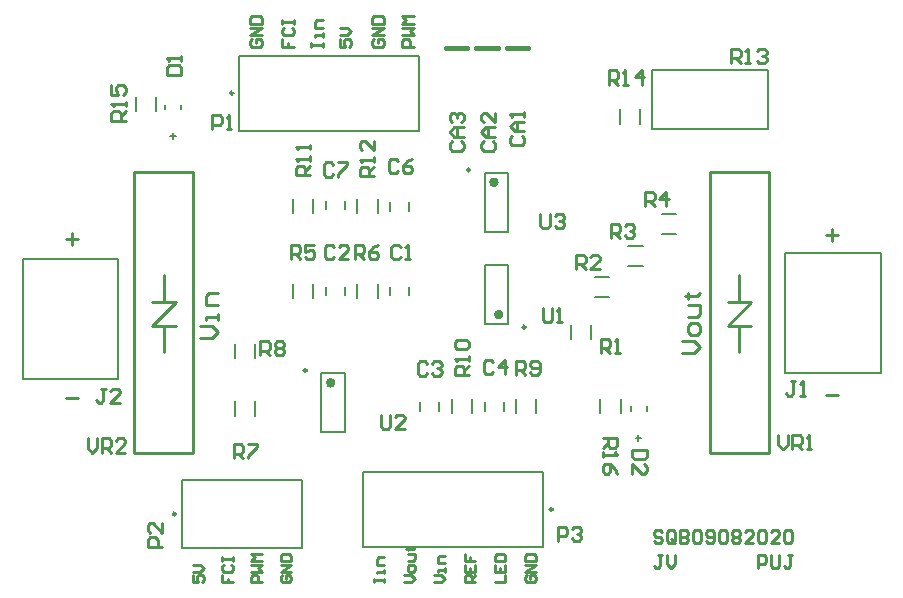
<source format=gto>
G04*
G04 #@! TF.GenerationSoftware,Altium Limited,Altium Designer,19.1.5 (86)*
G04*
G04 Layer_Color=65535*
%FSLAX25Y25*%
%MOIN*%
G70*
G01*
G75*
%ADD10C,0.00984*%
%ADD11C,0.01575*%
%ADD12C,0.00787*%
%ADD13C,0.01000*%
D10*
X179272Y28583D02*
G03*
X179272Y28583I-492J0D01*
G01*
X53642Y27126D02*
G03*
X53642Y27126I-492J0D01*
G01*
X72815Y167362D02*
G03*
X72815Y167362I-492J0D01*
G01*
X170256Y89390D02*
G03*
X170256Y89390I-492J0D01*
G01*
X97342Y74941D02*
G03*
X97342Y74941I-492J0D01*
G01*
X151752Y141791D02*
G03*
X151752Y141791I-492J0D01*
G01*
D11*
X162087Y93543D02*
G03*
X162087Y93543I-787J0D01*
G01*
X106102Y70787D02*
G03*
X106102Y70787I-787J0D01*
G01*
X160512Y137638D02*
G03*
X160512Y137638I-787J0D01*
G01*
X143645Y182559D02*
X150732D01*
X153898D02*
X160985D01*
X164151D02*
X171238D01*
D12*
X116220Y16083D02*
X176221D01*
X116220Y41083D02*
X176221D01*
Y16083D02*
Y41083D01*
X116220Y16083D02*
Y41083D01*
X206909Y52382D02*
X208878D01*
X207854Y51457D02*
Y53425D01*
X210610Y61555D02*
Y62933D01*
X205295Y61555D02*
Y62933D01*
X201953Y60717D02*
Y65425D01*
X195212Y60717D02*
Y65425D01*
X55709Y15709D02*
Y38543D01*
X95709D01*
Y15709D02*
Y38543D01*
X55709Y15709D02*
X95709D01*
X201630Y157213D02*
Y161921D01*
X208370Y157213D02*
Y161921D01*
X47032Y161268D02*
Y165976D01*
X40291Y161268D02*
Y165976D01*
X51812Y152972D02*
X53781D01*
X52757Y152047D02*
Y154016D01*
X55513Y162146D02*
Y163524D01*
X50198Y162146D02*
Y163524D01*
X212441Y155394D02*
X250945D01*
Y174921D01*
X212441D02*
X250945D01*
X212441Y155394D02*
Y174921D01*
X74882Y179862D02*
X134882D01*
X74882Y154862D02*
X134882D01*
X74882D02*
Y179862D01*
X134882Y154862D02*
Y179862D01*
X256694Y74134D02*
Y114134D01*
X288583Y74134D02*
Y114134D01*
X256694Y74134D02*
X288583D01*
X256694Y114134D02*
X288583D01*
X215802Y127032D02*
X220510D01*
X215802Y120291D02*
X220510D01*
X204536Y116534D02*
X209244D01*
X204536Y109793D02*
X209244D01*
X103713Y99947D02*
Y102888D01*
X110012Y99947D02*
Y102888D01*
X193276Y106037D02*
X197984D01*
X193276Y99296D02*
X197984D01*
X156575Y110079D02*
X164449D01*
X156575Y90394D02*
X164449D01*
X156575D02*
Y110079D01*
X164449Y90394D02*
Y110079D01*
X120916Y99063D02*
Y103771D01*
X114175Y99063D02*
Y103771D01*
X92810Y99063D02*
Y103771D01*
X99550Y99063D02*
Y103771D01*
X131378Y99947D02*
Y102888D01*
X125079Y99947D02*
Y102888D01*
X185409Y85374D02*
Y90082D01*
X192150Y85374D02*
Y90082D01*
X34527Y71930D02*
Y111929D01*
X2637Y71930D02*
Y111930D01*
X34527D01*
X2637Y71930D02*
X34527D01*
X162966Y61482D02*
Y64423D01*
X156667Y61482D02*
Y64423D01*
X73244Y79049D02*
Y83757D01*
X79984Y79049D02*
Y83757D01*
X102165Y54252D02*
X110039D01*
X102165Y73937D02*
X110039D01*
Y54252D02*
Y73937D01*
X102165Y54252D02*
Y73937D01*
X145764Y60717D02*
Y65425D01*
X152504Y60717D02*
Y65425D01*
X173870Y60717D02*
Y65425D01*
X167129Y60717D02*
Y65425D01*
X135236Y61482D02*
Y64423D01*
X141535Y61482D02*
Y64423D01*
X73244Y59890D02*
Y64598D01*
X79984Y59890D02*
Y64598D01*
X110012Y128608D02*
Y131549D01*
X103713Y128608D02*
Y131549D01*
X156575Y121102D02*
X164449D01*
X156575Y140787D02*
X164449D01*
Y121102D02*
Y140787D01*
X156575Y121102D02*
Y140787D01*
X114175Y127410D02*
Y132118D01*
X120916Y127410D02*
Y132118D01*
X99550Y127410D02*
Y132118D01*
X92810Y127410D02*
Y132118D01*
X125079Y127982D02*
Y130922D01*
X131378Y127982D02*
Y130922D01*
D13*
X251378Y47284D02*
Y140984D01*
X231693Y47284D02*
X251378D01*
X231693Y140984D02*
X251378D01*
X231693Y47284D02*
Y140984D01*
X241535Y98071D02*
Y106732D01*
X237598Y97677D02*
X245472D01*
X237598Y89803D02*
X245472Y97677D01*
X237598Y89803D02*
X245472D01*
X241535Y81142D02*
Y89803D01*
X59488Y47284D02*
Y140984D01*
X39803Y47284D02*
X59488D01*
X39803Y140984D02*
X59488D01*
X39803Y47284D02*
Y140984D01*
X49646Y98071D02*
Y106732D01*
X45709Y97677D02*
X53583D01*
X45709Y89803D02*
X53583Y97677D01*
X45709Y89803D02*
X53583D01*
X49646Y81142D02*
Y89803D01*
X119686Y4331D02*
Y5511D01*
Y4921D01*
X123228D01*
Y4331D01*
Y5511D01*
Y7282D02*
Y8463D01*
Y7873D01*
X120867D01*
Y7282D01*
X123228Y10234D02*
X120867D01*
Y12005D01*
X121457Y12596D01*
X123228D01*
X129765Y4331D02*
X132126D01*
X133307Y5511D01*
X132126Y6692D01*
X129765D01*
X133307Y8463D02*
Y9644D01*
X132717Y10234D01*
X131536D01*
X130946Y9644D01*
Y8463D01*
X131536Y7873D01*
X132717D01*
X133307Y8463D01*
X130946Y11415D02*
X132717D01*
X133307Y12005D01*
Y13777D01*
X130946D01*
X130355Y15548D02*
X130946D01*
Y14957D01*
Y16138D01*
Y15548D01*
X132717D01*
X133307Y16138D01*
X139844Y4331D02*
X142205D01*
X143386Y5511D01*
X142205Y6692D01*
X139844D01*
X143386Y7873D02*
Y9054D01*
Y8463D01*
X141024D01*
Y7873D01*
X143386Y10825D02*
X141024D01*
Y12596D01*
X141615Y13186D01*
X143386D01*
X153465Y4331D02*
X149922D01*
Y6102D01*
X150513Y6692D01*
X151693D01*
X152284Y6102D01*
Y4331D01*
Y5511D02*
X153465Y6692D01*
X149922Y10234D02*
Y7873D01*
X153465D01*
Y10234D01*
X151693Y7873D02*
Y9054D01*
X149922Y13777D02*
Y11415D01*
X151693D01*
Y12596D01*
Y11415D01*
X153465D01*
X160001Y4331D02*
X163543D01*
Y6692D01*
X160001Y10234D02*
Y7873D01*
X163543D01*
Y10234D01*
X161772Y7873D02*
Y9054D01*
X160001Y11415D02*
X163543D01*
Y13186D01*
X162953Y13777D01*
X160591D01*
X160001Y13186D01*
Y11415D01*
X170670Y6692D02*
X170080Y6102D01*
Y4921D01*
X170670Y4331D01*
X173032D01*
X173622Y4921D01*
Y6102D01*
X173032Y6692D01*
X171851D01*
Y5511D01*
X173622Y7873D02*
X170080D01*
X173622Y10234D01*
X170080D01*
Y11415D02*
X173622D01*
Y13186D01*
X173032Y13777D01*
X170670D01*
X170080Y13186D01*
Y11415D01*
X59450Y6692D02*
Y4331D01*
X61221D01*
X60631Y5511D01*
Y6102D01*
X61221Y6692D01*
X62402D01*
X62992Y6102D01*
Y4921D01*
X62402Y4331D01*
X59450Y7873D02*
X61811D01*
X62992Y9054D01*
X61811Y10234D01*
X59450D01*
X69161Y6692D02*
Y4331D01*
X70932D01*
Y5511D01*
Y4331D01*
X72703D01*
X69752Y10234D02*
X69161Y9644D01*
Y8463D01*
X69752Y7873D01*
X72113D01*
X72703Y8463D01*
Y9644D01*
X72113Y10234D01*
X69161Y11415D02*
Y12596D01*
Y12005D01*
X72703D01*
Y11415D01*
Y12596D01*
X89174Y6692D02*
X88584Y6102D01*
Y4921D01*
X89174Y4331D01*
X91536D01*
X92126Y4921D01*
Y6102D01*
X91536Y6692D01*
X90355D01*
Y5511D01*
X92126Y7873D02*
X88584D01*
X92126Y10234D01*
X88584D01*
Y11415D02*
X92126D01*
Y13186D01*
X91536Y13777D01*
X89174D01*
X88584Y13186D01*
Y11415D01*
X82415Y4331D02*
X78873D01*
Y6102D01*
X79463Y6692D01*
X80644D01*
X81234Y6102D01*
Y4331D01*
X78873Y7873D02*
X82415D01*
X81234Y9054D01*
X82415Y10234D01*
X78873D01*
X82415Y11415D02*
X78873D01*
X80053Y12596D01*
X78873Y13777D01*
X82415D01*
X215878Y13384D02*
X214435D01*
X215157D01*
Y9777D01*
X214435Y9055D01*
X213714D01*
X212992Y9777D01*
X217321Y13384D02*
Y10498D01*
X218764Y9055D01*
X220208Y10498D01*
Y13384D01*
X247627Y9055D02*
Y13384D01*
X249791D01*
X250513Y12663D01*
Y11220D01*
X249791Y10498D01*
X247627D01*
X251956Y13384D02*
Y9777D01*
X252677Y9055D01*
X254121D01*
X254842Y9777D01*
Y13384D01*
X259171D02*
X257728D01*
X258450D01*
Y9777D01*
X257728Y9055D01*
X257007D01*
X256285Y9777D01*
X215878Y20931D02*
X215157Y21652D01*
X213714D01*
X212992Y20931D01*
Y20209D01*
X213714Y19488D01*
X215157D01*
X215878Y18766D01*
Y18044D01*
X215157Y17323D01*
X213714D01*
X212992Y18044D01*
X220208D02*
Y20931D01*
X219486Y21652D01*
X218043D01*
X217321Y20931D01*
Y18044D01*
X218043Y17323D01*
X219486D01*
X218764Y18766D02*
X220208Y17323D01*
X219486D02*
X220208Y18044D01*
X221651Y21652D02*
Y17323D01*
X223815D01*
X224537Y18044D01*
Y18766D01*
X223815Y19488D01*
X221651D01*
X223815D01*
X224537Y20209D01*
Y20931D01*
X223815Y21652D01*
X221651D01*
X225980Y20931D02*
X226702Y21652D01*
X228145D01*
X228866Y20931D01*
Y18044D01*
X228145Y17323D01*
X226702D01*
X225980Y18044D01*
Y20931D01*
X230309Y18044D02*
X231031Y17323D01*
X232474D01*
X233196Y18044D01*
Y20931D01*
X232474Y21652D01*
X231031D01*
X230309Y20931D01*
Y20209D01*
X231031Y19488D01*
X233196D01*
X234639Y20931D02*
X235360Y21652D01*
X236803D01*
X237525Y20931D01*
Y18044D01*
X236803Y17323D01*
X235360D01*
X234639Y18044D01*
Y20931D01*
X238968D02*
X239689Y21652D01*
X241133D01*
X241854Y20931D01*
Y20209D01*
X241133Y19488D01*
X241854Y18766D01*
Y18044D01*
X241133Y17323D01*
X239689D01*
X238968Y18044D01*
Y18766D01*
X239689Y19488D01*
X238968Y20209D01*
Y20931D01*
X239689Y19488D02*
X241133D01*
X246183Y17323D02*
X243297D01*
X246183Y20209D01*
Y20931D01*
X245462Y21652D01*
X244019D01*
X243297Y20931D01*
X247627D02*
X248348Y21652D01*
X249791D01*
X250513Y20931D01*
Y18044D01*
X249791Y17323D01*
X248348D01*
X247627Y18044D01*
Y20931D01*
X254842Y17323D02*
X251956D01*
X254842Y20209D01*
Y20931D01*
X254121Y21652D01*
X252677D01*
X251956Y20931D01*
X256285D02*
X257007Y21652D01*
X258450D01*
X259171Y20931D01*
Y18044D01*
X258450Y17323D01*
X257007D01*
X256285Y18044D01*
Y20931D01*
X16929Y118747D02*
X20928D01*
X18928Y120746D02*
Y116748D01*
X16929Y65597D02*
X20928D01*
X61718Y85707D02*
X65717D01*
X67716Y87706D01*
X65717Y89706D01*
X61718D01*
X67716Y91705D02*
Y93704D01*
Y92705D01*
X63718D01*
Y91705D01*
X67716Y96703D02*
X63718D01*
Y99703D01*
X64718Y100702D01*
X67716D01*
X79004Y185301D02*
X78348Y184645D01*
Y183333D01*
X79004Y182677D01*
X81628D01*
X82284Y183333D01*
Y184645D01*
X81628Y185301D01*
X80316D01*
Y183989D01*
X82284Y186613D02*
X78348D01*
X82284Y189237D01*
X78348D01*
Y190549D02*
X82284D01*
Y192517D01*
X81628Y193173D01*
X79004D01*
X78348Y192517D01*
Y190549D01*
X89017Y185301D02*
Y182677D01*
X90985D01*
Y183989D01*
Y182677D01*
X92953D01*
X89673Y189237D02*
X89017Y188581D01*
Y187269D01*
X89673Y186613D01*
X92297D01*
X92953Y187269D01*
Y188581D01*
X92297Y189237D01*
X89017Y190549D02*
Y191860D01*
Y191205D01*
X92953D01*
Y190549D01*
Y191860D01*
X98860Y182677D02*
Y183989D01*
Y183333D01*
X102795D01*
Y182677D01*
Y183989D01*
Y185957D02*
Y187269D01*
Y186613D01*
X100171D01*
Y185957D01*
X102795Y189237D02*
X100171D01*
Y191205D01*
X100827Y191860D01*
X102795D01*
X108269Y185301D02*
Y182677D01*
X110237D01*
X109581Y183989D01*
Y184645D01*
X110237Y185301D01*
X111549D01*
X112205Y184645D01*
Y183333D01*
X111549Y182677D01*
X108269Y186613D02*
X110893D01*
X112205Y187925D01*
X110893Y189237D01*
X108269D01*
X119673Y185301D02*
X119017Y184645D01*
Y183333D01*
X119673Y182677D01*
X122297D01*
X122953Y183333D01*
Y184645D01*
X122297Y185301D01*
X120985D01*
Y183989D01*
X122953Y186613D02*
X119017D01*
X122953Y189237D01*
X119017D01*
Y190549D02*
X122953D01*
Y192517D01*
X122297Y193173D01*
X119673D01*
X119017Y192517D01*
Y190549D01*
X133031Y182677D02*
X129096D01*
Y184645D01*
X129752Y185301D01*
X131064D01*
X131720Y184645D01*
Y182677D01*
X129096Y186613D02*
X133031D01*
X131720Y187925D01*
X133031Y189237D01*
X129096D01*
X133031Y190549D02*
X129096D01*
X130408Y191861D01*
X129096Y193173D01*
X133031D01*
X270472Y66779D02*
X274471D01*
X270472Y119928D02*
X274471D01*
X272472Y121927D02*
Y117929D01*
X222348Y80709D02*
X226347D01*
X228346Y82708D01*
X226347Y84707D01*
X222348D01*
X228346Y87706D02*
Y89706D01*
X227347Y90705D01*
X225347D01*
X224348Y89706D01*
Y87706D01*
X225347Y86707D01*
X227347D01*
X228346Y87706D01*
X224348Y92705D02*
X227347D01*
X228346Y93704D01*
Y96703D01*
X224348D01*
X223348Y99703D02*
X224348D01*
Y98703D01*
Y100702D01*
Y99703D01*
X227347D01*
X228346Y100702D01*
X180945Y18150D02*
Y22873D01*
X183306D01*
X184093Y22085D01*
Y20511D01*
X183306Y19724D01*
X180945D01*
X185668Y22085D02*
X186455Y22873D01*
X188029D01*
X188816Y22085D01*
Y21298D01*
X188029Y20511D01*
X187242D01*
X188029D01*
X188816Y19724D01*
Y18937D01*
X188029Y18150D01*
X186455D01*
X185668Y18937D01*
X196063Y52362D02*
X200786D01*
Y50001D01*
X199999Y49214D01*
X198424D01*
X197637Y50001D01*
Y52362D01*
Y50788D02*
X196063Y49214D01*
Y47639D02*
Y46065D01*
Y46852D01*
X200786D01*
X199999Y47639D01*
X200786Y40555D02*
X199999Y42129D01*
X198424Y43704D01*
X196850D01*
X196063Y42916D01*
Y41342D01*
X196850Y40555D01*
X197637D01*
X198424Y41342D01*
Y43704D01*
X197954Y170236D02*
Y174959D01*
X200315D01*
X201103Y174172D01*
Y172598D01*
X200315Y171810D01*
X197954D01*
X199528D02*
X201103Y170236D01*
X202677D02*
X204251D01*
X203464D01*
Y174959D01*
X202677Y174172D01*
X208974Y170236D02*
Y174959D01*
X206613Y172598D01*
X209761D01*
X49159Y16176D02*
X44436D01*
Y18537D01*
X45223Y19325D01*
X46797D01*
X47584Y18537D01*
Y16176D01*
X49159Y24047D02*
Y20899D01*
X46010Y24047D01*
X45223D01*
X44436Y23260D01*
Y21686D01*
X45223Y20899D01*
X210628Y48425D02*
X205906D01*
Y46064D01*
X206693Y45277D01*
X209841D01*
X210628Y46064D01*
Y48425D01*
X205906Y40554D02*
Y43702D01*
X209054Y40554D01*
X209841D01*
X210628Y41341D01*
Y42915D01*
X209841Y43702D01*
X36929Y158228D02*
X32206D01*
Y160590D01*
X32993Y161377D01*
X34568D01*
X35355Y160590D01*
Y158228D01*
Y159803D02*
X36929Y161377D01*
Y162951D02*
Y164525D01*
Y163738D01*
X32206D01*
X32993Y162951D01*
X32206Y170036D02*
Y166887D01*
X34568D01*
X33781Y168461D01*
Y169248D01*
X34568Y170036D01*
X36142D01*
X36929Y169248D01*
Y167674D01*
X36142Y166887D01*
X238779Y177342D02*
Y182065D01*
X241141D01*
X241928Y181278D01*
Y179704D01*
X241141Y178917D01*
X238779D01*
X240354D02*
X241928Y177342D01*
X243502D02*
X245077D01*
X244290D01*
Y182065D01*
X243502Y181278D01*
X247438D02*
X248225Y182065D01*
X249800D01*
X250587Y181278D01*
Y180491D01*
X249800Y179704D01*
X249012D01*
X249800D01*
X250587Y178917D01*
Y178130D01*
X249800Y177342D01*
X248225D01*
X247438Y178130D01*
X50710Y173465D02*
X55433D01*
Y175826D01*
X54646Y176613D01*
X51497D01*
X50710Y175826D01*
Y173465D01*
X55433Y178188D02*
Y179762D01*
Y178975D01*
X50710D01*
X51497Y178188D01*
X24302Y52282D02*
Y49133D01*
X25877Y47559D01*
X27451Y49133D01*
Y52282D01*
X29025Y47559D02*
Y52282D01*
X31387D01*
X32174Y51495D01*
Y49920D01*
X31387Y49133D01*
X29025D01*
X30600D02*
X32174Y47559D01*
X36897D02*
X33748D01*
X36897Y50708D01*
Y51495D01*
X36110Y52282D01*
X34535D01*
X33748Y51495D01*
X254488Y53306D02*
Y50157D01*
X256063Y48583D01*
X257637Y50157D01*
Y53306D01*
X259211Y48583D02*
Y53306D01*
X261573D01*
X262360Y52518D01*
Y50944D01*
X261573Y50157D01*
X259211D01*
X260785D02*
X262360Y48583D01*
X263934D02*
X265508D01*
X264721D01*
Y53306D01*
X263934Y52518D01*
X175197Y127164D02*
Y123228D01*
X175984Y122441D01*
X177558D01*
X178345Y123228D01*
Y127164D01*
X179920Y126377D02*
X180707Y127164D01*
X182281D01*
X183068Y126377D01*
Y125590D01*
X182281Y124802D01*
X181494D01*
X182281D01*
X183068Y124015D01*
Y123228D01*
X182281Y122441D01*
X180707D01*
X179920Y123228D01*
X122047Y60235D02*
Y56299D01*
X122834Y55512D01*
X124409D01*
X125196Y56299D01*
Y60235D01*
X129919Y55512D02*
X126770D01*
X129919Y58660D01*
Y59448D01*
X129132Y60235D01*
X127557D01*
X126770Y59448D01*
X175984Y95668D02*
Y91732D01*
X176771Y90945D01*
X178346D01*
X179133Y91732D01*
Y95668D01*
X180707Y90945D02*
X182281D01*
X181494D01*
Y95668D01*
X180707Y94881D01*
X119803Y139724D02*
X115080D01*
Y142086D01*
X115867Y142873D01*
X117442D01*
X118229Y142086D01*
Y139724D01*
Y141299D02*
X119803Y142873D01*
Y144447D02*
Y146022D01*
Y145235D01*
X115080D01*
X115867Y144447D01*
X119803Y151532D02*
Y148383D01*
X116655Y151532D01*
X115867D01*
X115080Y150744D01*
Y149170D01*
X115867Y148383D01*
X98359Y140000D02*
X93636D01*
Y142361D01*
X94423Y143149D01*
X95998D01*
X96785Y142361D01*
Y140000D01*
Y141574D02*
X98359Y143149D01*
Y144723D02*
Y146297D01*
Y145510D01*
X93636D01*
X94423Y144723D01*
X98359Y148659D02*
Y150233D01*
Y149446D01*
X93636D01*
X94423Y148659D01*
X151339Y73347D02*
X146616D01*
Y75708D01*
X147403Y76495D01*
X148977D01*
X149764Y75708D01*
Y73347D01*
Y74921D02*
X151339Y76495D01*
Y78069D02*
Y79644D01*
Y78856D01*
X146616D01*
X147403Y78069D01*
Y82005D02*
X146616Y82792D01*
Y84367D01*
X147403Y85154D01*
X150551D01*
X151339Y84367D01*
Y82792D01*
X150551Y82005D01*
X147403D01*
X167047Y73465D02*
Y78188D01*
X169409D01*
X170196Y77400D01*
Y75826D01*
X169409Y75039D01*
X167047D01*
X168622D02*
X170196Y73465D01*
X171770Y74252D02*
X172557Y73465D01*
X174132D01*
X174919Y74252D01*
Y77400D01*
X174132Y78188D01*
X172557D01*
X171770Y77400D01*
Y76613D01*
X172557Y75826D01*
X174919D01*
X81890Y79921D02*
Y84644D01*
X84251D01*
X85038Y83857D01*
Y82283D01*
X84251Y81496D01*
X81890D01*
X83464D02*
X85038Y79921D01*
X86613Y83857D02*
X87400Y84644D01*
X88974D01*
X89761Y83857D01*
Y83070D01*
X88974Y82283D01*
X89761Y81496D01*
Y80708D01*
X88974Y79921D01*
X87400D01*
X86613Y80708D01*
Y81496D01*
X87400Y82283D01*
X86613Y83070D01*
Y83857D01*
X87400Y82283D02*
X88974D01*
X72957Y45630D02*
Y50353D01*
X75319D01*
X76106Y49566D01*
Y47991D01*
X75319Y47204D01*
X72957D01*
X74532D02*
X76106Y45630D01*
X77680Y50353D02*
X80829D01*
Y49566D01*
X77680Y46417D01*
Y45630D01*
X113268Y112047D02*
Y116770D01*
X115629D01*
X116416Y115983D01*
Y114409D01*
X115629Y113621D01*
X113268D01*
X114842D02*
X116416Y112047D01*
X121139Y116770D02*
X119565Y115983D01*
X117991Y114409D01*
Y112834D01*
X118778Y112047D01*
X120352D01*
X121139Y112834D01*
Y113621D01*
X120352Y114409D01*
X117991D01*
X92008Y112047D02*
Y116770D01*
X94369D01*
X95157Y115983D01*
Y114409D01*
X94369Y113621D01*
X92008D01*
X93582D02*
X95157Y112047D01*
X99879Y116770D02*
X96731D01*
Y114409D01*
X98305Y115196D01*
X99092D01*
X99879Y114409D01*
Y112834D01*
X99092Y112047D01*
X97518D01*
X96731Y112834D01*
X210118Y129764D02*
Y134487D01*
X212480D01*
X213267Y133700D01*
Y132125D01*
X212480Y131338D01*
X210118D01*
X211692D02*
X213267Y129764D01*
X217202D02*
Y134487D01*
X214841Y132125D01*
X217990D01*
X198661Y119173D02*
Y123896D01*
X201023D01*
X201810Y123109D01*
Y121535D01*
X201023Y120747D01*
X198661D01*
X200236D02*
X201810Y119173D01*
X203384Y123109D02*
X204171Y123896D01*
X205746D01*
X206533Y123109D01*
Y122322D01*
X205746Y121535D01*
X204959D01*
X205746D01*
X206533Y120747D01*
Y119960D01*
X205746Y119173D01*
X204171D01*
X203384Y119960D01*
X187126Y108740D02*
Y113463D01*
X189487D01*
X190275Y112676D01*
Y111102D01*
X189487Y110315D01*
X187126D01*
X188700D02*
X190275Y108740D01*
X194998D02*
X191849D01*
X194998Y111889D01*
Y112676D01*
X194210Y113463D01*
X192636D01*
X191849Y112676D01*
X195276Y80709D02*
Y85431D01*
X197637D01*
X198424Y84644D01*
Y83070D01*
X197637Y82283D01*
X195276D01*
X196850D02*
X198424Y80709D01*
X199998D02*
X201573D01*
X200786D01*
Y85431D01*
X199998Y84644D01*
X65905Y155276D02*
Y159999D01*
X68267D01*
X69054Y159211D01*
Y157637D01*
X68267Y156850D01*
X65905D01*
X70628Y155276D02*
X72203D01*
X71416D01*
Y159999D01*
X70628Y159211D01*
X30314Y68896D02*
X28740D01*
X29527D01*
Y64960D01*
X28740Y64173D01*
X27953D01*
X27165Y64960D01*
X35037Y64173D02*
X31888D01*
X35037Y67322D01*
Y68109D01*
X34250Y68896D01*
X32675D01*
X31888Y68109D01*
X260235Y71258D02*
X258661D01*
X259448D01*
Y67323D01*
X258661Y66535D01*
X257874D01*
X257087Y67323D01*
X261809Y66535D02*
X263384D01*
X262597D01*
Y71258D01*
X261809Y70471D01*
X145710Y151298D02*
X144923Y150511D01*
Y148937D01*
X145710Y148150D01*
X148858D01*
X149646Y148937D01*
Y150511D01*
X148858Y151298D01*
X149646Y152873D02*
X146497D01*
X144923Y154447D01*
X146497Y156021D01*
X149646D01*
X147284D01*
Y152873D01*
X145710Y157595D02*
X144923Y158382D01*
Y159957D01*
X145710Y160744D01*
X146497D01*
X147284Y159957D01*
Y159170D01*
Y159957D01*
X148071Y160744D01*
X148858D01*
X149646Y159957D01*
Y158382D01*
X148858Y157595D01*
X156261Y151298D02*
X155474Y150511D01*
Y148937D01*
X156261Y148150D01*
X159410D01*
X160197Y148937D01*
Y150511D01*
X159410Y151298D01*
X160197Y152873D02*
X157048D01*
X155474Y154447D01*
X157048Y156021D01*
X160197D01*
X157835D01*
Y152873D01*
X160197Y160744D02*
Y157595D01*
X157048Y160744D01*
X156261D01*
X155474Y159957D01*
Y158382D01*
X156261Y157595D01*
X165867Y153188D02*
X165080Y152401D01*
Y150827D01*
X165867Y150039D01*
X169016D01*
X169803Y150827D01*
Y152401D01*
X169016Y153188D01*
X169803Y154762D02*
X166655D01*
X165080Y156337D01*
X166655Y157911D01*
X169803D01*
X167442D01*
Y154762D01*
X169803Y159485D02*
Y161059D01*
Y160272D01*
X165080D01*
X165867Y159485D01*
X106114Y143463D02*
X105327Y144251D01*
X103752D01*
X102965Y143463D01*
Y140315D01*
X103752Y139528D01*
X105327D01*
X106114Y140315D01*
X107688Y144251D02*
X110837D01*
Y143463D01*
X107688Y140315D01*
Y139528D01*
X127755Y144648D02*
X126968Y145435D01*
X125393D01*
X124606Y144648D01*
Y141499D01*
X125393Y140712D01*
X126968D01*
X127755Y141499D01*
X132478Y145435D02*
X130903Y144648D01*
X129329Y143073D01*
Y141499D01*
X130116Y140712D01*
X131691D01*
X132478Y141499D01*
Y142286D01*
X131691Y143073D01*
X129329D01*
X159487Y77636D02*
X158700Y78424D01*
X157126D01*
X156339Y77636D01*
Y74488D01*
X157126Y73701D01*
X158700D01*
X159487Y74488D01*
X163423Y73701D02*
Y78424D01*
X161062Y76062D01*
X164210D01*
X137519Y77164D02*
X136732Y77951D01*
X135157D01*
X134370Y77164D01*
Y74015D01*
X135157Y73228D01*
X136732D01*
X137519Y74015D01*
X139093Y77164D02*
X139880Y77951D01*
X141454D01*
X142242Y77164D01*
Y76377D01*
X141454Y75590D01*
X140667D01*
X141454D01*
X142242Y74803D01*
Y74015D01*
X141454Y73228D01*
X139880D01*
X139093Y74015D01*
X106468Y115983D02*
X105681Y116770D01*
X104107D01*
X103320Y115983D01*
Y112834D01*
X104107Y112047D01*
X105681D01*
X106468Y112834D01*
X111191Y112047D02*
X108042D01*
X111191Y115196D01*
Y115983D01*
X110404Y116770D01*
X108830D01*
X108042Y115983D01*
X128621D02*
X127834Y116770D01*
X126260D01*
X125472Y115983D01*
Y112834D01*
X126260Y112047D01*
X127834D01*
X128621Y112834D01*
X130195Y112047D02*
X131770D01*
X130982D01*
Y116770D01*
X130195Y115983D01*
M02*

</source>
